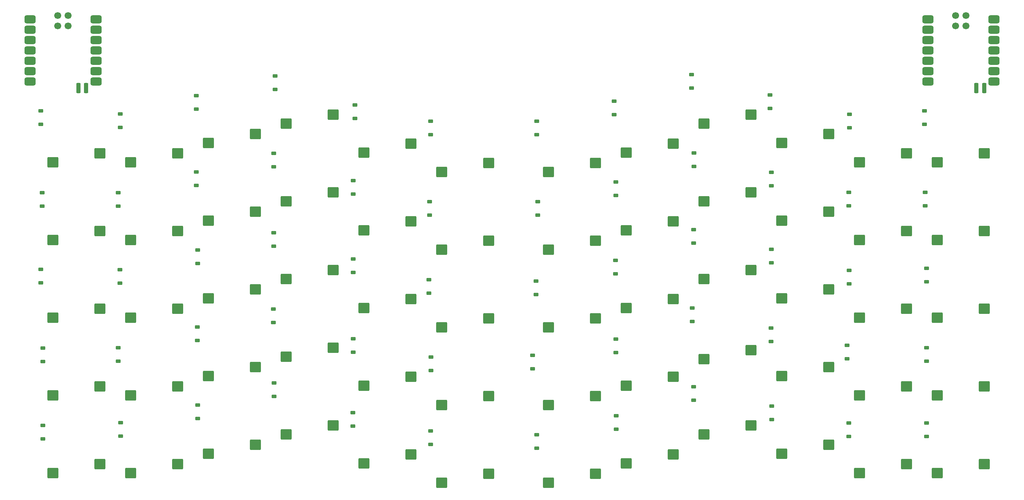
<source format=gbr>
%TF.GenerationSoftware,KiCad,Pcbnew,9.0.5*%
%TF.CreationDate,2025-12-19T18:50:02-08:00*%
%TF.ProjectId,bluekeeb,626c7565-6b65-4656-922e-6b696361645f,rev?*%
%TF.SameCoordinates,Original*%
%TF.FileFunction,Paste,Top*%
%TF.FilePolarity,Positive*%
%FSLAX46Y46*%
G04 Gerber Fmt 4.6, Leading zero omitted, Abs format (unit mm)*
G04 Created by KiCad (PCBNEW 9.0.5) date 2025-12-19 18:50:02*
%MOMM*%
%LPD*%
G01*
G04 APERTURE LIST*
G04 Aperture macros list*
%AMRoundRect*
0 Rectangle with rounded corners*
0 $1 Rounding radius*
0 $2 $3 $4 $5 $6 $7 $8 $9 X,Y pos of 4 corners*
0 Add a 4 corners polygon primitive as box body*
4,1,4,$2,$3,$4,$5,$6,$7,$8,$9,$2,$3,0*
0 Add four circle primitives for the rounded corners*
1,1,$1+$1,$2,$3*
1,1,$1+$1,$4,$5*
1,1,$1+$1,$6,$7*
1,1,$1+$1,$8,$9*
0 Add four rect primitives between the rounded corners*
20,1,$1+$1,$2,$3,$4,$5,0*
20,1,$1+$1,$4,$5,$6,$7,0*
20,1,$1+$1,$6,$7,$8,$9,0*
20,1,$1+$1,$8,$9,$2,$3,0*%
G04 Aperture macros list end*
%ADD10C,1.700000*%
%ADD11RoundRect,0.275000X-0.275000X0.975000X-0.275000X-0.975000X0.275000X-0.975000X0.275000X0.975000X0*%
%ADD12RoundRect,0.500000X-0.875000X-0.500000X0.875000X-0.500000X0.875000X0.500000X-0.875000X0.500000X0*%
%ADD13RoundRect,0.260000X-1.065000X-1.040000X1.065000X-1.040000X1.065000X1.040000X-1.065000X1.040000X0*%
%ADD14RoundRect,0.225000X0.375000X-0.225000X0.375000X0.225000X-0.375000X0.225000X-0.375000X-0.225000X0*%
G04 APERTURE END LIST*
D10*
%TO.C,U2*%
X265715000Y-22471500D03*
X263175000Y-22471500D03*
X265715000Y-19931500D03*
X263175000Y-19931500D03*
D11*
X270160000Y-37736900D03*
X268255000Y-37736900D03*
D12*
X272555000Y-20880000D03*
X272555000Y-23420000D03*
X272555000Y-25960000D03*
X272555000Y-28500000D03*
X272555000Y-31040000D03*
X272555000Y-33580000D03*
X272555000Y-36120000D03*
X256390000Y-36120000D03*
X256390000Y-33580000D03*
X256390000Y-31040000D03*
X256390000Y-28500000D03*
X256390000Y-25960000D03*
X256390000Y-23420000D03*
X256390000Y-20880000D03*
%TD*%
D13*
%TO.C,SW1*%
X53488750Y-53756250D03*
X41998750Y-55956250D03*
%TD*%
%TO.C,SW2*%
X174932500Y-56137500D03*
X163442500Y-58337500D03*
%TD*%
%TO.C,SW3*%
X72538750Y-53756250D03*
X61048750Y-55956250D03*
%TD*%
%TO.C,SW4*%
X193982500Y-51375000D03*
X182492500Y-53575000D03*
%TD*%
%TO.C,SW5*%
X91588750Y-48993750D03*
X80098750Y-51193750D03*
%TD*%
%TO.C,SW6*%
X213032500Y-44231250D03*
X201542500Y-46431250D03*
%TD*%
%TO.C,SW7*%
X110638750Y-44231250D03*
X99148750Y-46431250D03*
%TD*%
%TO.C,SW8*%
X232082500Y-48993750D03*
X220592500Y-51193750D03*
%TD*%
%TO.C,SW9*%
X129688750Y-51375000D03*
X118198750Y-53575000D03*
%TD*%
%TO.C,SW10*%
X251132500Y-53756250D03*
X239642500Y-55956250D03*
%TD*%
%TO.C,SW11*%
X148738750Y-56137500D03*
X137248750Y-58337500D03*
%TD*%
%TO.C,SW12*%
X270182500Y-53756250D03*
X258692500Y-55956250D03*
%TD*%
%TO.C,SW13*%
X53488750Y-72806250D03*
X41998750Y-75006250D03*
%TD*%
%TO.C,SW14*%
X174932500Y-75187500D03*
X163442500Y-77387500D03*
%TD*%
%TO.C,SW15*%
X53488750Y-91856250D03*
X41998750Y-94056250D03*
%TD*%
%TO.C,SW16*%
X174932500Y-94237500D03*
X163442500Y-96437500D03*
%TD*%
%TO.C,SW17*%
X53488750Y-110906250D03*
X41998750Y-113106250D03*
%TD*%
%TO.C,SW18*%
X174932500Y-113287500D03*
X163442500Y-115487500D03*
%TD*%
%TO.C,SW19*%
X53488750Y-129956250D03*
X41998750Y-132156250D03*
%TD*%
%TO.C,SW20*%
X174932500Y-132337500D03*
X163442500Y-134537500D03*
%TD*%
%TO.C,SW21*%
X72538750Y-72806250D03*
X61048750Y-75006250D03*
%TD*%
%TO.C,SW22*%
X193982500Y-70425000D03*
X182492500Y-72625000D03*
%TD*%
%TO.C,SW23*%
X72538750Y-91856250D03*
X61048750Y-94056250D03*
%TD*%
%TO.C,SW24*%
X193982500Y-89475000D03*
X182492500Y-91675000D03*
%TD*%
%TO.C,SW25*%
X72538750Y-110906250D03*
X61048750Y-113106250D03*
%TD*%
%TO.C,SW26*%
X193982500Y-108525000D03*
X182492500Y-110725000D03*
%TD*%
%TO.C,SW27*%
X72538750Y-129956250D03*
X61048750Y-132156250D03*
%TD*%
%TO.C,SW28*%
X193982500Y-127575000D03*
X182492500Y-129775000D03*
%TD*%
%TO.C,SW29*%
X91588750Y-68043750D03*
X80098750Y-70243750D03*
%TD*%
%TO.C,SW30*%
X213032500Y-63281250D03*
X201542500Y-65481250D03*
%TD*%
%TO.C,SW31*%
X91588750Y-87093750D03*
X80098750Y-89293750D03*
%TD*%
%TO.C,SW32*%
X213032500Y-82331250D03*
X201542500Y-84531250D03*
%TD*%
%TO.C,SW33*%
X91588750Y-106143750D03*
X80098750Y-108343750D03*
%TD*%
%TO.C,SW34*%
X213032500Y-102018750D03*
X201542500Y-104218750D03*
%TD*%
%TO.C,SW35*%
X91588750Y-125193750D03*
X80098750Y-127393750D03*
%TD*%
%TO.C,SW36*%
X213032500Y-120431250D03*
X201542500Y-122631250D03*
%TD*%
%TO.C,SW37*%
X110638750Y-63281250D03*
X99148750Y-65481250D03*
%TD*%
%TO.C,SW38*%
X232082500Y-68043750D03*
X220592500Y-70243750D03*
%TD*%
%TO.C,SW39*%
X110638750Y-82331250D03*
X99148750Y-84531250D03*
%TD*%
%TO.C,SW40*%
X232082500Y-87093750D03*
X220592500Y-89293750D03*
%TD*%
%TO.C,SW41*%
X110638750Y-101381250D03*
X99148750Y-103581250D03*
%TD*%
%TO.C,SW42*%
X232082500Y-106143750D03*
X220592500Y-108343750D03*
%TD*%
%TO.C,SW43*%
X110638750Y-120431250D03*
X99148750Y-122631250D03*
%TD*%
%TO.C,SW44*%
X232082500Y-125193750D03*
X220592500Y-127393750D03*
%TD*%
%TO.C,SW45*%
X129688750Y-70425000D03*
X118198750Y-72625000D03*
%TD*%
%TO.C,SW46*%
X251132500Y-72806250D03*
X239642500Y-75006250D03*
%TD*%
%TO.C,SW47*%
X129688750Y-89475000D03*
X118198750Y-91675000D03*
%TD*%
%TO.C,SW48*%
X251132500Y-91856250D03*
X239642500Y-94056250D03*
%TD*%
%TO.C,SW49*%
X129688750Y-108525000D03*
X118198750Y-110725000D03*
%TD*%
%TO.C,SW50*%
X251132500Y-110906250D03*
X239642500Y-113106250D03*
%TD*%
%TO.C,SW51*%
X129688750Y-127575000D03*
X118198750Y-129775000D03*
%TD*%
%TO.C,SW52*%
X251132500Y-129956250D03*
X239642500Y-132156250D03*
%TD*%
%TO.C,SW53*%
X148738750Y-75187500D03*
X137248750Y-77387500D03*
%TD*%
%TO.C,SW54*%
X270182500Y-72806250D03*
X258692500Y-75006250D03*
%TD*%
%TO.C,SW55*%
X148738750Y-94237500D03*
X137248750Y-96437500D03*
%TD*%
%TO.C,SW56*%
X270182500Y-91856250D03*
X258692500Y-94056250D03*
%TD*%
%TO.C,SW57*%
X148738750Y-113287500D03*
X137248750Y-115487500D03*
%TD*%
%TO.C,SW58*%
X270182500Y-110906250D03*
X258692500Y-113106250D03*
%TD*%
%TO.C,SW59*%
X148738750Y-132337500D03*
X137248750Y-134537500D03*
%TD*%
%TO.C,SW60*%
X270182500Y-129956250D03*
X258692500Y-132156250D03*
%TD*%
D12*
%TO.C,U1*%
X36390000Y-20880000D03*
X36390000Y-23420000D03*
X36390000Y-25960000D03*
X36390000Y-28500000D03*
X36390000Y-31040000D03*
X36390000Y-33580000D03*
X36390000Y-36120000D03*
X52555000Y-36120000D03*
X52555000Y-33580000D03*
X52555000Y-31040000D03*
X52555000Y-28500000D03*
X52555000Y-25960000D03*
X52555000Y-23420000D03*
X52555000Y-20880000D03*
D11*
X48255000Y-37736900D03*
X50160000Y-37736900D03*
D10*
X43175000Y-19931500D03*
X45715000Y-19931500D03*
X43175000Y-22471500D03*
X45715000Y-22471500D03*
%TD*%
D14*
%TO.C,D52*%
X237000000Y-123150000D03*
X237000000Y-119850000D03*
%TD*%
%TO.C,D37*%
X96106250Y-57050000D03*
X96106250Y-53750000D03*
%TD*%
%TO.C,D14*%
X160750000Y-68931250D03*
X160750000Y-65631250D03*
%TD*%
%TO.C,D43*%
X96206250Y-113393750D03*
X96206250Y-110093750D03*
%TD*%
%TO.C,D3*%
X58500000Y-47362500D03*
X58500000Y-44062500D03*
%TD*%
%TO.C,D5*%
X77156250Y-42906250D03*
X77156250Y-39606250D03*
%TD*%
%TO.C,D46*%
X236993750Y-66631250D03*
X236993750Y-63331250D03*
%TD*%
%TO.C,D50*%
X236543750Y-104125000D03*
X236543750Y-100825000D03*
%TD*%
%TO.C,D26*%
X179943750Y-102581250D03*
X179943750Y-99281250D03*
%TD*%
%TO.C,D35*%
X77506250Y-118750000D03*
X77506250Y-115450000D03*
%TD*%
%TO.C,D48*%
X237043750Y-85775000D03*
X237043750Y-82475000D03*
%TD*%
%TO.C,D39*%
X96106250Y-76550000D03*
X96106250Y-73250000D03*
%TD*%
%TO.C,D7*%
X96450000Y-38093750D03*
X96450000Y-34793750D03*
%TD*%
%TO.C,D16*%
X160350000Y-88343750D03*
X160350000Y-85043750D03*
%TD*%
%TO.C,D38*%
X218043750Y-61700000D03*
X218043750Y-58400000D03*
%TD*%
%TO.C,D17*%
X39556250Y-104768750D03*
X39556250Y-101468750D03*
%TD*%
%TO.C,D59*%
X134500000Y-125150000D03*
X134500000Y-121850000D03*
%TD*%
%TO.C,D4*%
X179500000Y-44300000D03*
X179500000Y-41000000D03*
%TD*%
%TO.C,D33*%
X77350000Y-99606250D03*
X77350000Y-96306250D03*
%TD*%
%TO.C,D51*%
X115500000Y-120650000D03*
X115500000Y-117350000D03*
%TD*%
%TO.C,D29*%
X77106250Y-61618750D03*
X77106250Y-58318750D03*
%TD*%
%TO.C,D22*%
X179943750Y-64081250D03*
X179943750Y-60781250D03*
%TD*%
%TO.C,D32*%
X198943750Y-75750000D03*
X198943750Y-72450000D03*
%TD*%
%TO.C,D45*%
X115556250Y-63718750D03*
X115556250Y-60418750D03*
%TD*%
%TO.C,D27*%
X58556250Y-123081250D03*
X58556250Y-119781250D03*
%TD*%
%TO.C,D10*%
X237143750Y-47500000D03*
X237143750Y-44200000D03*
%TD*%
%TO.C,D54*%
X255693750Y-66650000D03*
X255693750Y-63350000D03*
%TD*%
%TO.C,D53*%
X134256250Y-68912500D03*
X134256250Y-65612500D03*
%TD*%
%TO.C,D49*%
X115606250Y-102481250D03*
X115606250Y-99181250D03*
%TD*%
%TO.C,D23*%
X58400000Y-85581250D03*
X58400000Y-82281250D03*
%TD*%
%TO.C,D18*%
X159493750Y-106581250D03*
X159493750Y-103281250D03*
%TD*%
%TO.C,D42*%
X217943750Y-99918750D03*
X217943750Y-96618750D03*
%TD*%
%TO.C,D36*%
X198943750Y-114250000D03*
X198943750Y-110950000D03*
%TD*%
%TO.C,D44*%
X218143750Y-119037500D03*
X218143750Y-115737500D03*
%TD*%
%TO.C,D58*%
X256043750Y-104681250D03*
X256043750Y-101381250D03*
%TD*%
%TO.C,D15*%
X39006250Y-85531250D03*
X39006250Y-82231250D03*
%TD*%
%TO.C,D8*%
X217643750Y-42737500D03*
X217643750Y-39437500D03*
%TD*%
%TO.C,D47*%
X115606250Y-82981250D03*
X115606250Y-79681250D03*
%TD*%
%TO.C,D56*%
X255993750Y-85268750D03*
X255993750Y-81968750D03*
%TD*%
%TO.C,D40*%
X218043750Y-80550000D03*
X218043750Y-77250000D03*
%TD*%
%TO.C,D20*%
X160493750Y-126031250D03*
X160493750Y-122731250D03*
%TD*%
%TO.C,D57*%
X134606250Y-107031250D03*
X134606250Y-103731250D03*
%TD*%
%TO.C,D25*%
X58006250Y-104725000D03*
X58006250Y-101425000D03*
%TD*%
%TO.C,D30*%
X199043750Y-56975000D03*
X199043750Y-53675000D03*
%TD*%
%TO.C,D19*%
X39556250Y-123768750D03*
X39556250Y-120468750D03*
%TD*%
%TO.C,D13*%
X39400000Y-66675000D03*
X39400000Y-63375000D03*
%TD*%
%TO.C,D41*%
X96006250Y-95275000D03*
X96006250Y-91975000D03*
%TD*%
%TO.C,D1*%
X39000000Y-46650000D03*
X39000000Y-43350000D03*
%TD*%
%TO.C,D31*%
X77506250Y-80750000D03*
X77506250Y-77450000D03*
%TD*%
%TO.C,D9*%
X116000000Y-45187500D03*
X116000000Y-41887500D03*
%TD*%
%TO.C,D24*%
X179800000Y-83268750D03*
X179800000Y-79968750D03*
%TD*%
%TO.C,D6*%
X198500000Y-37750000D03*
X198500000Y-34450000D03*
%TD*%
%TO.C,D34*%
X198656250Y-95018750D03*
X198656250Y-91718750D03*
%TD*%
%TO.C,D21*%
X58006250Y-66725000D03*
X58006250Y-63425000D03*
%TD*%
%TO.C,D12*%
X255500000Y-46650000D03*
X255500000Y-43350000D03*
%TD*%
%TO.C,D11*%
X134500000Y-49150000D03*
X134500000Y-45850000D03*
%TD*%
%TO.C,D55*%
X134106250Y-88081250D03*
X134106250Y-84781250D03*
%TD*%
%TO.C,D60*%
X256000000Y-123150000D03*
X256000000Y-119850000D03*
%TD*%
%TO.C,D28*%
X179993750Y-121368750D03*
X179993750Y-118068750D03*
%TD*%
%TO.C,D2*%
X160500000Y-49150000D03*
X160500000Y-45850000D03*
%TD*%
M02*

</source>
